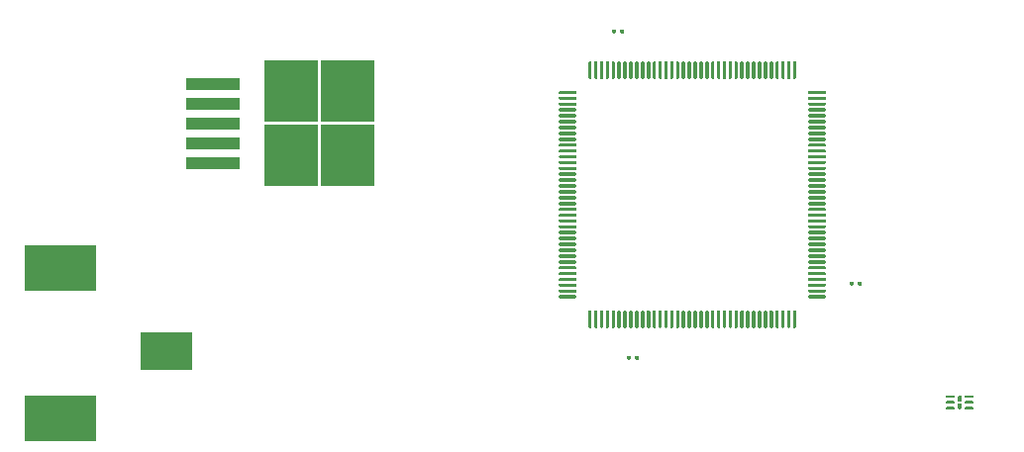
<source format=gbr>
%TF.GenerationSoftware,KiCad,Pcbnew,(5.1.9)-1*%
%TF.CreationDate,2021-10-09T18:12:39+01:00*%
%TF.ProjectId,btctestv0,62746374-6573-4747-9630-2e6b69636164,rev?*%
%TF.SameCoordinates,Original*%
%TF.FileFunction,Paste,Top*%
%TF.FilePolarity,Positive*%
%FSLAX46Y46*%
G04 Gerber Fmt 4.6, Leading zero omitted, Abs format (unit mm)*
G04 Created by KiCad (PCBNEW (5.1.9)-1) date 2021-10-09 18:12:39*
%MOMM*%
%LPD*%
G01*
G04 APERTURE LIST*
%ADD10R,6.200000X3.900000*%
%ADD11R,4.400000X3.300000*%
%ADD12R,4.550000X5.250000*%
%ADD13R,4.600000X1.100000*%
G04 APERTURE END LIST*
D10*
%TO.C,REF\u002A\u002A*%
X93320000Y-89000000D03*
X93320000Y-76100000D03*
D11*
X102320000Y-83250000D03*
%TD*%
%TO.C,REF\u002A\u002A*%
G36*
G01*
X141156000Y-55980500D02*
X141156000Y-55779500D01*
G75*
G02*
X141235500Y-55700000I79500J0D01*
G01*
X141394500Y-55700000D01*
G75*
G02*
X141474000Y-55779500I0J-79500D01*
G01*
X141474000Y-55980500D01*
G75*
G02*
X141394500Y-56060000I-79500J0D01*
G01*
X141235500Y-56060000D01*
G75*
G02*
X141156000Y-55980500I0J79500D01*
G01*
G37*
G36*
G01*
X140466000Y-55980500D02*
X140466000Y-55779500D01*
G75*
G02*
X140545500Y-55700000I79500J0D01*
G01*
X140704500Y-55700000D01*
G75*
G02*
X140784000Y-55779500I0J-79500D01*
G01*
X140784000Y-55980500D01*
G75*
G02*
X140704500Y-56060000I-79500J0D01*
G01*
X140545500Y-56060000D01*
G75*
G02*
X140466000Y-55980500I0J79500D01*
G01*
G37*
%TD*%
%TO.C,REF\u002A\u002A*%
G36*
G01*
X161476000Y-77570500D02*
X161476000Y-77369500D01*
G75*
G02*
X161555500Y-77290000I79500J0D01*
G01*
X161714500Y-77290000D01*
G75*
G02*
X161794000Y-77369500I0J-79500D01*
G01*
X161794000Y-77570500D01*
G75*
G02*
X161714500Y-77650000I-79500J0D01*
G01*
X161555500Y-77650000D01*
G75*
G02*
X161476000Y-77570500I0J79500D01*
G01*
G37*
G36*
G01*
X160786000Y-77570500D02*
X160786000Y-77369500D01*
G75*
G02*
X160865500Y-77290000I79500J0D01*
G01*
X161024500Y-77290000D01*
G75*
G02*
X161104000Y-77369500I0J-79500D01*
G01*
X161104000Y-77570500D01*
G75*
G02*
X161024500Y-77650000I-79500J0D01*
G01*
X160865500Y-77650000D01*
G75*
G02*
X160786000Y-77570500I0J79500D01*
G01*
G37*
%TD*%
%TO.C,REF\u002A\u002A*%
G36*
G01*
X142426000Y-83920500D02*
X142426000Y-83719500D01*
G75*
G02*
X142505500Y-83640000I79500J0D01*
G01*
X142664500Y-83640000D01*
G75*
G02*
X142744000Y-83719500I0J-79500D01*
G01*
X142744000Y-83920500D01*
G75*
G02*
X142664500Y-84000000I-79500J0D01*
G01*
X142505500Y-84000000D01*
G75*
G02*
X142426000Y-83920500I0J79500D01*
G01*
G37*
G36*
G01*
X141736000Y-83920500D02*
X141736000Y-83719500D01*
G75*
G02*
X141815500Y-83640000I79500J0D01*
G01*
X141974500Y-83640000D01*
G75*
G02*
X142054000Y-83719500I0J-79500D01*
G01*
X142054000Y-83920500D01*
G75*
G02*
X141974500Y-84000000I-79500J0D01*
G01*
X141815500Y-84000000D01*
G75*
G02*
X141736000Y-83920500I0J79500D01*
G01*
G37*
%TD*%
D12*
%TO.C,U8*%
X113030000Y-66510000D03*
X117880000Y-60960000D03*
X113030000Y-60960000D03*
X117880000Y-66510000D03*
D13*
X106305000Y-67135000D03*
X106305000Y-65435000D03*
X106305000Y-63735000D03*
X106305000Y-62035000D03*
X106305000Y-60335000D03*
%TD*%
%TO.C,U7*%
G36*
G01*
X169980000Y-88100000D02*
X169980000Y-87790000D01*
G75*
G02*
X170080000Y-87690000I100000J0D01*
G01*
X170280000Y-87690000D01*
G75*
G02*
X170380000Y-87790000I0J-100000D01*
G01*
X170380000Y-88100000D01*
G75*
G02*
X170280000Y-88200000I-100000J0D01*
G01*
X170080000Y-88200000D01*
G75*
G02*
X169980000Y-88100000I0J100000D01*
G01*
G37*
G36*
G01*
X169980000Y-87470000D02*
X169980000Y-87160000D01*
G75*
G02*
X170080000Y-87060000I100000J0D01*
G01*
X170280000Y-87060000D01*
G75*
G02*
X170380000Y-87160000I0J-100000D01*
G01*
X170380000Y-87470000D01*
G75*
G02*
X170280000Y-87570000I-100000J0D01*
G01*
X170080000Y-87570000D01*
G75*
G02*
X169980000Y-87470000I0J100000D01*
G01*
G37*
G36*
G01*
X170630000Y-87192500D02*
X170630000Y-87067500D01*
G75*
G02*
X170692500Y-87005000I62500J0D01*
G01*
X171267500Y-87005000D01*
G75*
G02*
X171330000Y-87067500I0J-62500D01*
G01*
X171330000Y-87192500D01*
G75*
G02*
X171267500Y-87255000I-62500J0D01*
G01*
X170692500Y-87255000D01*
G75*
G02*
X170630000Y-87192500I0J62500D01*
G01*
G37*
G36*
G01*
X170630000Y-87692500D02*
X170630000Y-87567500D01*
G75*
G02*
X170692500Y-87505000I62500J0D01*
G01*
X171267500Y-87505000D01*
G75*
G02*
X171330000Y-87567500I0J-62500D01*
G01*
X171330000Y-87692500D01*
G75*
G02*
X171267500Y-87755000I-62500J0D01*
G01*
X170692500Y-87755000D01*
G75*
G02*
X170630000Y-87692500I0J62500D01*
G01*
G37*
G36*
G01*
X170630000Y-88192500D02*
X170630000Y-88067500D01*
G75*
G02*
X170692500Y-88005000I62500J0D01*
G01*
X171267500Y-88005000D01*
G75*
G02*
X171330000Y-88067500I0J-62500D01*
G01*
X171330000Y-88192500D01*
G75*
G02*
X171267500Y-88255000I-62500J0D01*
G01*
X170692500Y-88255000D01*
G75*
G02*
X170630000Y-88192500I0J62500D01*
G01*
G37*
G36*
G01*
X169030000Y-88192500D02*
X169030000Y-88067500D01*
G75*
G02*
X169092500Y-88005000I62500J0D01*
G01*
X169667500Y-88005000D01*
G75*
G02*
X169730000Y-88067500I0J-62500D01*
G01*
X169730000Y-88192500D01*
G75*
G02*
X169667500Y-88255000I-62500J0D01*
G01*
X169092500Y-88255000D01*
G75*
G02*
X169030000Y-88192500I0J62500D01*
G01*
G37*
G36*
G01*
X169030000Y-87692500D02*
X169030000Y-87567500D01*
G75*
G02*
X169092500Y-87505000I62500J0D01*
G01*
X169667500Y-87505000D01*
G75*
G02*
X169730000Y-87567500I0J-62500D01*
G01*
X169730000Y-87692500D01*
G75*
G02*
X169667500Y-87755000I-62500J0D01*
G01*
X169092500Y-87755000D01*
G75*
G02*
X169030000Y-87692500I0J62500D01*
G01*
G37*
G36*
G01*
X169030000Y-87192500D02*
X169030000Y-87067500D01*
G75*
G02*
X169092500Y-87005000I62500J0D01*
G01*
X169667500Y-87005000D01*
G75*
G02*
X169730000Y-87067500I0J-62500D01*
G01*
X169730000Y-87192500D01*
G75*
G02*
X169667500Y-87255000I-62500J0D01*
G01*
X169092500Y-87255000D01*
G75*
G02*
X169030000Y-87192500I0J62500D01*
G01*
G37*
%TD*%
%TO.C,U6*%
G36*
G01*
X138420000Y-59850000D02*
X138420000Y-58525000D01*
G75*
G02*
X138495000Y-58450000I75000J0D01*
G01*
X138645000Y-58450000D01*
G75*
G02*
X138720000Y-58525000I0J-75000D01*
G01*
X138720000Y-59850000D01*
G75*
G02*
X138645000Y-59925000I-75000J0D01*
G01*
X138495000Y-59925000D01*
G75*
G02*
X138420000Y-59850000I0J75000D01*
G01*
G37*
G36*
G01*
X138920000Y-59850000D02*
X138920000Y-58525000D01*
G75*
G02*
X138995000Y-58450000I75000J0D01*
G01*
X139145000Y-58450000D01*
G75*
G02*
X139220000Y-58525000I0J-75000D01*
G01*
X139220000Y-59850000D01*
G75*
G02*
X139145000Y-59925000I-75000J0D01*
G01*
X138995000Y-59925000D01*
G75*
G02*
X138920000Y-59850000I0J75000D01*
G01*
G37*
G36*
G01*
X139420000Y-59850000D02*
X139420000Y-58525000D01*
G75*
G02*
X139495000Y-58450000I75000J0D01*
G01*
X139645000Y-58450000D01*
G75*
G02*
X139720000Y-58525000I0J-75000D01*
G01*
X139720000Y-59850000D01*
G75*
G02*
X139645000Y-59925000I-75000J0D01*
G01*
X139495000Y-59925000D01*
G75*
G02*
X139420000Y-59850000I0J75000D01*
G01*
G37*
G36*
G01*
X139920000Y-59850000D02*
X139920000Y-58525000D01*
G75*
G02*
X139995000Y-58450000I75000J0D01*
G01*
X140145000Y-58450000D01*
G75*
G02*
X140220000Y-58525000I0J-75000D01*
G01*
X140220000Y-59850000D01*
G75*
G02*
X140145000Y-59925000I-75000J0D01*
G01*
X139995000Y-59925000D01*
G75*
G02*
X139920000Y-59850000I0J75000D01*
G01*
G37*
G36*
G01*
X140420000Y-59850000D02*
X140420000Y-58525000D01*
G75*
G02*
X140495000Y-58450000I75000J0D01*
G01*
X140645000Y-58450000D01*
G75*
G02*
X140720000Y-58525000I0J-75000D01*
G01*
X140720000Y-59850000D01*
G75*
G02*
X140645000Y-59925000I-75000J0D01*
G01*
X140495000Y-59925000D01*
G75*
G02*
X140420000Y-59850000I0J75000D01*
G01*
G37*
G36*
G01*
X140920000Y-59850000D02*
X140920000Y-58525000D01*
G75*
G02*
X140995000Y-58450000I75000J0D01*
G01*
X141145000Y-58450000D01*
G75*
G02*
X141220000Y-58525000I0J-75000D01*
G01*
X141220000Y-59850000D01*
G75*
G02*
X141145000Y-59925000I-75000J0D01*
G01*
X140995000Y-59925000D01*
G75*
G02*
X140920000Y-59850000I0J75000D01*
G01*
G37*
G36*
G01*
X141420000Y-59850000D02*
X141420000Y-58525000D01*
G75*
G02*
X141495000Y-58450000I75000J0D01*
G01*
X141645000Y-58450000D01*
G75*
G02*
X141720000Y-58525000I0J-75000D01*
G01*
X141720000Y-59850000D01*
G75*
G02*
X141645000Y-59925000I-75000J0D01*
G01*
X141495000Y-59925000D01*
G75*
G02*
X141420000Y-59850000I0J75000D01*
G01*
G37*
G36*
G01*
X141920000Y-59850000D02*
X141920000Y-58525000D01*
G75*
G02*
X141995000Y-58450000I75000J0D01*
G01*
X142145000Y-58450000D01*
G75*
G02*
X142220000Y-58525000I0J-75000D01*
G01*
X142220000Y-59850000D01*
G75*
G02*
X142145000Y-59925000I-75000J0D01*
G01*
X141995000Y-59925000D01*
G75*
G02*
X141920000Y-59850000I0J75000D01*
G01*
G37*
G36*
G01*
X142420000Y-59850000D02*
X142420000Y-58525000D01*
G75*
G02*
X142495000Y-58450000I75000J0D01*
G01*
X142645000Y-58450000D01*
G75*
G02*
X142720000Y-58525000I0J-75000D01*
G01*
X142720000Y-59850000D01*
G75*
G02*
X142645000Y-59925000I-75000J0D01*
G01*
X142495000Y-59925000D01*
G75*
G02*
X142420000Y-59850000I0J75000D01*
G01*
G37*
G36*
G01*
X142920000Y-59850000D02*
X142920000Y-58525000D01*
G75*
G02*
X142995000Y-58450000I75000J0D01*
G01*
X143145000Y-58450000D01*
G75*
G02*
X143220000Y-58525000I0J-75000D01*
G01*
X143220000Y-59850000D01*
G75*
G02*
X143145000Y-59925000I-75000J0D01*
G01*
X142995000Y-59925000D01*
G75*
G02*
X142920000Y-59850000I0J75000D01*
G01*
G37*
G36*
G01*
X143420000Y-59850000D02*
X143420000Y-58525000D01*
G75*
G02*
X143495000Y-58450000I75000J0D01*
G01*
X143645000Y-58450000D01*
G75*
G02*
X143720000Y-58525000I0J-75000D01*
G01*
X143720000Y-59850000D01*
G75*
G02*
X143645000Y-59925000I-75000J0D01*
G01*
X143495000Y-59925000D01*
G75*
G02*
X143420000Y-59850000I0J75000D01*
G01*
G37*
G36*
G01*
X143920000Y-59850000D02*
X143920000Y-58525000D01*
G75*
G02*
X143995000Y-58450000I75000J0D01*
G01*
X144145000Y-58450000D01*
G75*
G02*
X144220000Y-58525000I0J-75000D01*
G01*
X144220000Y-59850000D01*
G75*
G02*
X144145000Y-59925000I-75000J0D01*
G01*
X143995000Y-59925000D01*
G75*
G02*
X143920000Y-59850000I0J75000D01*
G01*
G37*
G36*
G01*
X144420000Y-59850000D02*
X144420000Y-58525000D01*
G75*
G02*
X144495000Y-58450000I75000J0D01*
G01*
X144645000Y-58450000D01*
G75*
G02*
X144720000Y-58525000I0J-75000D01*
G01*
X144720000Y-59850000D01*
G75*
G02*
X144645000Y-59925000I-75000J0D01*
G01*
X144495000Y-59925000D01*
G75*
G02*
X144420000Y-59850000I0J75000D01*
G01*
G37*
G36*
G01*
X144920000Y-59850000D02*
X144920000Y-58525000D01*
G75*
G02*
X144995000Y-58450000I75000J0D01*
G01*
X145145000Y-58450000D01*
G75*
G02*
X145220000Y-58525000I0J-75000D01*
G01*
X145220000Y-59850000D01*
G75*
G02*
X145145000Y-59925000I-75000J0D01*
G01*
X144995000Y-59925000D01*
G75*
G02*
X144920000Y-59850000I0J75000D01*
G01*
G37*
G36*
G01*
X145420000Y-59850000D02*
X145420000Y-58525000D01*
G75*
G02*
X145495000Y-58450000I75000J0D01*
G01*
X145645000Y-58450000D01*
G75*
G02*
X145720000Y-58525000I0J-75000D01*
G01*
X145720000Y-59850000D01*
G75*
G02*
X145645000Y-59925000I-75000J0D01*
G01*
X145495000Y-59925000D01*
G75*
G02*
X145420000Y-59850000I0J75000D01*
G01*
G37*
G36*
G01*
X145920000Y-59850000D02*
X145920000Y-58525000D01*
G75*
G02*
X145995000Y-58450000I75000J0D01*
G01*
X146145000Y-58450000D01*
G75*
G02*
X146220000Y-58525000I0J-75000D01*
G01*
X146220000Y-59850000D01*
G75*
G02*
X146145000Y-59925000I-75000J0D01*
G01*
X145995000Y-59925000D01*
G75*
G02*
X145920000Y-59850000I0J75000D01*
G01*
G37*
G36*
G01*
X146420000Y-59850000D02*
X146420000Y-58525000D01*
G75*
G02*
X146495000Y-58450000I75000J0D01*
G01*
X146645000Y-58450000D01*
G75*
G02*
X146720000Y-58525000I0J-75000D01*
G01*
X146720000Y-59850000D01*
G75*
G02*
X146645000Y-59925000I-75000J0D01*
G01*
X146495000Y-59925000D01*
G75*
G02*
X146420000Y-59850000I0J75000D01*
G01*
G37*
G36*
G01*
X146920000Y-59850000D02*
X146920000Y-58525000D01*
G75*
G02*
X146995000Y-58450000I75000J0D01*
G01*
X147145000Y-58450000D01*
G75*
G02*
X147220000Y-58525000I0J-75000D01*
G01*
X147220000Y-59850000D01*
G75*
G02*
X147145000Y-59925000I-75000J0D01*
G01*
X146995000Y-59925000D01*
G75*
G02*
X146920000Y-59850000I0J75000D01*
G01*
G37*
G36*
G01*
X147420000Y-59850000D02*
X147420000Y-58525000D01*
G75*
G02*
X147495000Y-58450000I75000J0D01*
G01*
X147645000Y-58450000D01*
G75*
G02*
X147720000Y-58525000I0J-75000D01*
G01*
X147720000Y-59850000D01*
G75*
G02*
X147645000Y-59925000I-75000J0D01*
G01*
X147495000Y-59925000D01*
G75*
G02*
X147420000Y-59850000I0J75000D01*
G01*
G37*
G36*
G01*
X147920000Y-59850000D02*
X147920000Y-58525000D01*
G75*
G02*
X147995000Y-58450000I75000J0D01*
G01*
X148145000Y-58450000D01*
G75*
G02*
X148220000Y-58525000I0J-75000D01*
G01*
X148220000Y-59850000D01*
G75*
G02*
X148145000Y-59925000I-75000J0D01*
G01*
X147995000Y-59925000D01*
G75*
G02*
X147920000Y-59850000I0J75000D01*
G01*
G37*
G36*
G01*
X148420000Y-59850000D02*
X148420000Y-58525000D01*
G75*
G02*
X148495000Y-58450000I75000J0D01*
G01*
X148645000Y-58450000D01*
G75*
G02*
X148720000Y-58525000I0J-75000D01*
G01*
X148720000Y-59850000D01*
G75*
G02*
X148645000Y-59925000I-75000J0D01*
G01*
X148495000Y-59925000D01*
G75*
G02*
X148420000Y-59850000I0J75000D01*
G01*
G37*
G36*
G01*
X148920000Y-59850000D02*
X148920000Y-58525000D01*
G75*
G02*
X148995000Y-58450000I75000J0D01*
G01*
X149145000Y-58450000D01*
G75*
G02*
X149220000Y-58525000I0J-75000D01*
G01*
X149220000Y-59850000D01*
G75*
G02*
X149145000Y-59925000I-75000J0D01*
G01*
X148995000Y-59925000D01*
G75*
G02*
X148920000Y-59850000I0J75000D01*
G01*
G37*
G36*
G01*
X149420000Y-59850000D02*
X149420000Y-58525000D01*
G75*
G02*
X149495000Y-58450000I75000J0D01*
G01*
X149645000Y-58450000D01*
G75*
G02*
X149720000Y-58525000I0J-75000D01*
G01*
X149720000Y-59850000D01*
G75*
G02*
X149645000Y-59925000I-75000J0D01*
G01*
X149495000Y-59925000D01*
G75*
G02*
X149420000Y-59850000I0J75000D01*
G01*
G37*
G36*
G01*
X149920000Y-59850000D02*
X149920000Y-58525000D01*
G75*
G02*
X149995000Y-58450000I75000J0D01*
G01*
X150145000Y-58450000D01*
G75*
G02*
X150220000Y-58525000I0J-75000D01*
G01*
X150220000Y-59850000D01*
G75*
G02*
X150145000Y-59925000I-75000J0D01*
G01*
X149995000Y-59925000D01*
G75*
G02*
X149920000Y-59850000I0J75000D01*
G01*
G37*
G36*
G01*
X150420000Y-59850000D02*
X150420000Y-58525000D01*
G75*
G02*
X150495000Y-58450000I75000J0D01*
G01*
X150645000Y-58450000D01*
G75*
G02*
X150720000Y-58525000I0J-75000D01*
G01*
X150720000Y-59850000D01*
G75*
G02*
X150645000Y-59925000I-75000J0D01*
G01*
X150495000Y-59925000D01*
G75*
G02*
X150420000Y-59850000I0J75000D01*
G01*
G37*
G36*
G01*
X150920000Y-59850000D02*
X150920000Y-58525000D01*
G75*
G02*
X150995000Y-58450000I75000J0D01*
G01*
X151145000Y-58450000D01*
G75*
G02*
X151220000Y-58525000I0J-75000D01*
G01*
X151220000Y-59850000D01*
G75*
G02*
X151145000Y-59925000I-75000J0D01*
G01*
X150995000Y-59925000D01*
G75*
G02*
X150920000Y-59850000I0J75000D01*
G01*
G37*
G36*
G01*
X151420000Y-59850000D02*
X151420000Y-58525000D01*
G75*
G02*
X151495000Y-58450000I75000J0D01*
G01*
X151645000Y-58450000D01*
G75*
G02*
X151720000Y-58525000I0J-75000D01*
G01*
X151720000Y-59850000D01*
G75*
G02*
X151645000Y-59925000I-75000J0D01*
G01*
X151495000Y-59925000D01*
G75*
G02*
X151420000Y-59850000I0J75000D01*
G01*
G37*
G36*
G01*
X151920000Y-59850000D02*
X151920000Y-58525000D01*
G75*
G02*
X151995000Y-58450000I75000J0D01*
G01*
X152145000Y-58450000D01*
G75*
G02*
X152220000Y-58525000I0J-75000D01*
G01*
X152220000Y-59850000D01*
G75*
G02*
X152145000Y-59925000I-75000J0D01*
G01*
X151995000Y-59925000D01*
G75*
G02*
X151920000Y-59850000I0J75000D01*
G01*
G37*
G36*
G01*
X152420000Y-59850000D02*
X152420000Y-58525000D01*
G75*
G02*
X152495000Y-58450000I75000J0D01*
G01*
X152645000Y-58450000D01*
G75*
G02*
X152720000Y-58525000I0J-75000D01*
G01*
X152720000Y-59850000D01*
G75*
G02*
X152645000Y-59925000I-75000J0D01*
G01*
X152495000Y-59925000D01*
G75*
G02*
X152420000Y-59850000I0J75000D01*
G01*
G37*
G36*
G01*
X152920000Y-59850000D02*
X152920000Y-58525000D01*
G75*
G02*
X152995000Y-58450000I75000J0D01*
G01*
X153145000Y-58450000D01*
G75*
G02*
X153220000Y-58525000I0J-75000D01*
G01*
X153220000Y-59850000D01*
G75*
G02*
X153145000Y-59925000I-75000J0D01*
G01*
X152995000Y-59925000D01*
G75*
G02*
X152920000Y-59850000I0J75000D01*
G01*
G37*
G36*
G01*
X153420000Y-59850000D02*
X153420000Y-58525000D01*
G75*
G02*
X153495000Y-58450000I75000J0D01*
G01*
X153645000Y-58450000D01*
G75*
G02*
X153720000Y-58525000I0J-75000D01*
G01*
X153720000Y-59850000D01*
G75*
G02*
X153645000Y-59925000I-75000J0D01*
G01*
X153495000Y-59925000D01*
G75*
G02*
X153420000Y-59850000I0J75000D01*
G01*
G37*
G36*
G01*
X153920000Y-59850000D02*
X153920000Y-58525000D01*
G75*
G02*
X153995000Y-58450000I75000J0D01*
G01*
X154145000Y-58450000D01*
G75*
G02*
X154220000Y-58525000I0J-75000D01*
G01*
X154220000Y-59850000D01*
G75*
G02*
X154145000Y-59925000I-75000J0D01*
G01*
X153995000Y-59925000D01*
G75*
G02*
X153920000Y-59850000I0J75000D01*
G01*
G37*
G36*
G01*
X154420000Y-59850000D02*
X154420000Y-58525000D01*
G75*
G02*
X154495000Y-58450000I75000J0D01*
G01*
X154645000Y-58450000D01*
G75*
G02*
X154720000Y-58525000I0J-75000D01*
G01*
X154720000Y-59850000D01*
G75*
G02*
X154645000Y-59925000I-75000J0D01*
G01*
X154495000Y-59925000D01*
G75*
G02*
X154420000Y-59850000I0J75000D01*
G01*
G37*
G36*
G01*
X154920000Y-59850000D02*
X154920000Y-58525000D01*
G75*
G02*
X154995000Y-58450000I75000J0D01*
G01*
X155145000Y-58450000D01*
G75*
G02*
X155220000Y-58525000I0J-75000D01*
G01*
X155220000Y-59850000D01*
G75*
G02*
X155145000Y-59925000I-75000J0D01*
G01*
X154995000Y-59925000D01*
G75*
G02*
X154920000Y-59850000I0J75000D01*
G01*
G37*
G36*
G01*
X155420000Y-59850000D02*
X155420000Y-58525000D01*
G75*
G02*
X155495000Y-58450000I75000J0D01*
G01*
X155645000Y-58450000D01*
G75*
G02*
X155720000Y-58525000I0J-75000D01*
G01*
X155720000Y-59850000D01*
G75*
G02*
X155645000Y-59925000I-75000J0D01*
G01*
X155495000Y-59925000D01*
G75*
G02*
X155420000Y-59850000I0J75000D01*
G01*
G37*
G36*
G01*
X155920000Y-59850000D02*
X155920000Y-58525000D01*
G75*
G02*
X155995000Y-58450000I75000J0D01*
G01*
X156145000Y-58450000D01*
G75*
G02*
X156220000Y-58525000I0J-75000D01*
G01*
X156220000Y-59850000D01*
G75*
G02*
X156145000Y-59925000I-75000J0D01*
G01*
X155995000Y-59925000D01*
G75*
G02*
X155920000Y-59850000I0J75000D01*
G01*
G37*
G36*
G01*
X157245000Y-61175000D02*
X157245000Y-61025000D01*
G75*
G02*
X157320000Y-60950000I75000J0D01*
G01*
X158645000Y-60950000D01*
G75*
G02*
X158720000Y-61025000I0J-75000D01*
G01*
X158720000Y-61175000D01*
G75*
G02*
X158645000Y-61250000I-75000J0D01*
G01*
X157320000Y-61250000D01*
G75*
G02*
X157245000Y-61175000I0J75000D01*
G01*
G37*
G36*
G01*
X157245000Y-61675000D02*
X157245000Y-61525000D01*
G75*
G02*
X157320000Y-61450000I75000J0D01*
G01*
X158645000Y-61450000D01*
G75*
G02*
X158720000Y-61525000I0J-75000D01*
G01*
X158720000Y-61675000D01*
G75*
G02*
X158645000Y-61750000I-75000J0D01*
G01*
X157320000Y-61750000D01*
G75*
G02*
X157245000Y-61675000I0J75000D01*
G01*
G37*
G36*
G01*
X157245000Y-62175000D02*
X157245000Y-62025000D01*
G75*
G02*
X157320000Y-61950000I75000J0D01*
G01*
X158645000Y-61950000D01*
G75*
G02*
X158720000Y-62025000I0J-75000D01*
G01*
X158720000Y-62175000D01*
G75*
G02*
X158645000Y-62250000I-75000J0D01*
G01*
X157320000Y-62250000D01*
G75*
G02*
X157245000Y-62175000I0J75000D01*
G01*
G37*
G36*
G01*
X157245000Y-62675000D02*
X157245000Y-62525000D01*
G75*
G02*
X157320000Y-62450000I75000J0D01*
G01*
X158645000Y-62450000D01*
G75*
G02*
X158720000Y-62525000I0J-75000D01*
G01*
X158720000Y-62675000D01*
G75*
G02*
X158645000Y-62750000I-75000J0D01*
G01*
X157320000Y-62750000D01*
G75*
G02*
X157245000Y-62675000I0J75000D01*
G01*
G37*
G36*
G01*
X157245000Y-63175000D02*
X157245000Y-63025000D01*
G75*
G02*
X157320000Y-62950000I75000J0D01*
G01*
X158645000Y-62950000D01*
G75*
G02*
X158720000Y-63025000I0J-75000D01*
G01*
X158720000Y-63175000D01*
G75*
G02*
X158645000Y-63250000I-75000J0D01*
G01*
X157320000Y-63250000D01*
G75*
G02*
X157245000Y-63175000I0J75000D01*
G01*
G37*
G36*
G01*
X157245000Y-63675000D02*
X157245000Y-63525000D01*
G75*
G02*
X157320000Y-63450000I75000J0D01*
G01*
X158645000Y-63450000D01*
G75*
G02*
X158720000Y-63525000I0J-75000D01*
G01*
X158720000Y-63675000D01*
G75*
G02*
X158645000Y-63750000I-75000J0D01*
G01*
X157320000Y-63750000D01*
G75*
G02*
X157245000Y-63675000I0J75000D01*
G01*
G37*
G36*
G01*
X157245000Y-64175000D02*
X157245000Y-64025000D01*
G75*
G02*
X157320000Y-63950000I75000J0D01*
G01*
X158645000Y-63950000D01*
G75*
G02*
X158720000Y-64025000I0J-75000D01*
G01*
X158720000Y-64175000D01*
G75*
G02*
X158645000Y-64250000I-75000J0D01*
G01*
X157320000Y-64250000D01*
G75*
G02*
X157245000Y-64175000I0J75000D01*
G01*
G37*
G36*
G01*
X157245000Y-64675000D02*
X157245000Y-64525000D01*
G75*
G02*
X157320000Y-64450000I75000J0D01*
G01*
X158645000Y-64450000D01*
G75*
G02*
X158720000Y-64525000I0J-75000D01*
G01*
X158720000Y-64675000D01*
G75*
G02*
X158645000Y-64750000I-75000J0D01*
G01*
X157320000Y-64750000D01*
G75*
G02*
X157245000Y-64675000I0J75000D01*
G01*
G37*
G36*
G01*
X157245000Y-65175000D02*
X157245000Y-65025000D01*
G75*
G02*
X157320000Y-64950000I75000J0D01*
G01*
X158645000Y-64950000D01*
G75*
G02*
X158720000Y-65025000I0J-75000D01*
G01*
X158720000Y-65175000D01*
G75*
G02*
X158645000Y-65250000I-75000J0D01*
G01*
X157320000Y-65250000D01*
G75*
G02*
X157245000Y-65175000I0J75000D01*
G01*
G37*
G36*
G01*
X157245000Y-65675000D02*
X157245000Y-65525000D01*
G75*
G02*
X157320000Y-65450000I75000J0D01*
G01*
X158645000Y-65450000D01*
G75*
G02*
X158720000Y-65525000I0J-75000D01*
G01*
X158720000Y-65675000D01*
G75*
G02*
X158645000Y-65750000I-75000J0D01*
G01*
X157320000Y-65750000D01*
G75*
G02*
X157245000Y-65675000I0J75000D01*
G01*
G37*
G36*
G01*
X157245000Y-66175000D02*
X157245000Y-66025000D01*
G75*
G02*
X157320000Y-65950000I75000J0D01*
G01*
X158645000Y-65950000D01*
G75*
G02*
X158720000Y-66025000I0J-75000D01*
G01*
X158720000Y-66175000D01*
G75*
G02*
X158645000Y-66250000I-75000J0D01*
G01*
X157320000Y-66250000D01*
G75*
G02*
X157245000Y-66175000I0J75000D01*
G01*
G37*
G36*
G01*
X157245000Y-66675000D02*
X157245000Y-66525000D01*
G75*
G02*
X157320000Y-66450000I75000J0D01*
G01*
X158645000Y-66450000D01*
G75*
G02*
X158720000Y-66525000I0J-75000D01*
G01*
X158720000Y-66675000D01*
G75*
G02*
X158645000Y-66750000I-75000J0D01*
G01*
X157320000Y-66750000D01*
G75*
G02*
X157245000Y-66675000I0J75000D01*
G01*
G37*
G36*
G01*
X157245000Y-67175000D02*
X157245000Y-67025000D01*
G75*
G02*
X157320000Y-66950000I75000J0D01*
G01*
X158645000Y-66950000D01*
G75*
G02*
X158720000Y-67025000I0J-75000D01*
G01*
X158720000Y-67175000D01*
G75*
G02*
X158645000Y-67250000I-75000J0D01*
G01*
X157320000Y-67250000D01*
G75*
G02*
X157245000Y-67175000I0J75000D01*
G01*
G37*
G36*
G01*
X157245000Y-67675000D02*
X157245000Y-67525000D01*
G75*
G02*
X157320000Y-67450000I75000J0D01*
G01*
X158645000Y-67450000D01*
G75*
G02*
X158720000Y-67525000I0J-75000D01*
G01*
X158720000Y-67675000D01*
G75*
G02*
X158645000Y-67750000I-75000J0D01*
G01*
X157320000Y-67750000D01*
G75*
G02*
X157245000Y-67675000I0J75000D01*
G01*
G37*
G36*
G01*
X157245000Y-68175000D02*
X157245000Y-68025000D01*
G75*
G02*
X157320000Y-67950000I75000J0D01*
G01*
X158645000Y-67950000D01*
G75*
G02*
X158720000Y-68025000I0J-75000D01*
G01*
X158720000Y-68175000D01*
G75*
G02*
X158645000Y-68250000I-75000J0D01*
G01*
X157320000Y-68250000D01*
G75*
G02*
X157245000Y-68175000I0J75000D01*
G01*
G37*
G36*
G01*
X157245000Y-68675000D02*
X157245000Y-68525000D01*
G75*
G02*
X157320000Y-68450000I75000J0D01*
G01*
X158645000Y-68450000D01*
G75*
G02*
X158720000Y-68525000I0J-75000D01*
G01*
X158720000Y-68675000D01*
G75*
G02*
X158645000Y-68750000I-75000J0D01*
G01*
X157320000Y-68750000D01*
G75*
G02*
X157245000Y-68675000I0J75000D01*
G01*
G37*
G36*
G01*
X157245000Y-69175000D02*
X157245000Y-69025000D01*
G75*
G02*
X157320000Y-68950000I75000J0D01*
G01*
X158645000Y-68950000D01*
G75*
G02*
X158720000Y-69025000I0J-75000D01*
G01*
X158720000Y-69175000D01*
G75*
G02*
X158645000Y-69250000I-75000J0D01*
G01*
X157320000Y-69250000D01*
G75*
G02*
X157245000Y-69175000I0J75000D01*
G01*
G37*
G36*
G01*
X157245000Y-69675000D02*
X157245000Y-69525000D01*
G75*
G02*
X157320000Y-69450000I75000J0D01*
G01*
X158645000Y-69450000D01*
G75*
G02*
X158720000Y-69525000I0J-75000D01*
G01*
X158720000Y-69675000D01*
G75*
G02*
X158645000Y-69750000I-75000J0D01*
G01*
X157320000Y-69750000D01*
G75*
G02*
X157245000Y-69675000I0J75000D01*
G01*
G37*
G36*
G01*
X157245000Y-70175000D02*
X157245000Y-70025000D01*
G75*
G02*
X157320000Y-69950000I75000J0D01*
G01*
X158645000Y-69950000D01*
G75*
G02*
X158720000Y-70025000I0J-75000D01*
G01*
X158720000Y-70175000D01*
G75*
G02*
X158645000Y-70250000I-75000J0D01*
G01*
X157320000Y-70250000D01*
G75*
G02*
X157245000Y-70175000I0J75000D01*
G01*
G37*
G36*
G01*
X157245000Y-70675000D02*
X157245000Y-70525000D01*
G75*
G02*
X157320000Y-70450000I75000J0D01*
G01*
X158645000Y-70450000D01*
G75*
G02*
X158720000Y-70525000I0J-75000D01*
G01*
X158720000Y-70675000D01*
G75*
G02*
X158645000Y-70750000I-75000J0D01*
G01*
X157320000Y-70750000D01*
G75*
G02*
X157245000Y-70675000I0J75000D01*
G01*
G37*
G36*
G01*
X157245000Y-71175000D02*
X157245000Y-71025000D01*
G75*
G02*
X157320000Y-70950000I75000J0D01*
G01*
X158645000Y-70950000D01*
G75*
G02*
X158720000Y-71025000I0J-75000D01*
G01*
X158720000Y-71175000D01*
G75*
G02*
X158645000Y-71250000I-75000J0D01*
G01*
X157320000Y-71250000D01*
G75*
G02*
X157245000Y-71175000I0J75000D01*
G01*
G37*
G36*
G01*
X157245000Y-71675000D02*
X157245000Y-71525000D01*
G75*
G02*
X157320000Y-71450000I75000J0D01*
G01*
X158645000Y-71450000D01*
G75*
G02*
X158720000Y-71525000I0J-75000D01*
G01*
X158720000Y-71675000D01*
G75*
G02*
X158645000Y-71750000I-75000J0D01*
G01*
X157320000Y-71750000D01*
G75*
G02*
X157245000Y-71675000I0J75000D01*
G01*
G37*
G36*
G01*
X157245000Y-72175000D02*
X157245000Y-72025000D01*
G75*
G02*
X157320000Y-71950000I75000J0D01*
G01*
X158645000Y-71950000D01*
G75*
G02*
X158720000Y-72025000I0J-75000D01*
G01*
X158720000Y-72175000D01*
G75*
G02*
X158645000Y-72250000I-75000J0D01*
G01*
X157320000Y-72250000D01*
G75*
G02*
X157245000Y-72175000I0J75000D01*
G01*
G37*
G36*
G01*
X157245000Y-72675000D02*
X157245000Y-72525000D01*
G75*
G02*
X157320000Y-72450000I75000J0D01*
G01*
X158645000Y-72450000D01*
G75*
G02*
X158720000Y-72525000I0J-75000D01*
G01*
X158720000Y-72675000D01*
G75*
G02*
X158645000Y-72750000I-75000J0D01*
G01*
X157320000Y-72750000D01*
G75*
G02*
X157245000Y-72675000I0J75000D01*
G01*
G37*
G36*
G01*
X157245000Y-73175000D02*
X157245000Y-73025000D01*
G75*
G02*
X157320000Y-72950000I75000J0D01*
G01*
X158645000Y-72950000D01*
G75*
G02*
X158720000Y-73025000I0J-75000D01*
G01*
X158720000Y-73175000D01*
G75*
G02*
X158645000Y-73250000I-75000J0D01*
G01*
X157320000Y-73250000D01*
G75*
G02*
X157245000Y-73175000I0J75000D01*
G01*
G37*
G36*
G01*
X157245000Y-73675000D02*
X157245000Y-73525000D01*
G75*
G02*
X157320000Y-73450000I75000J0D01*
G01*
X158645000Y-73450000D01*
G75*
G02*
X158720000Y-73525000I0J-75000D01*
G01*
X158720000Y-73675000D01*
G75*
G02*
X158645000Y-73750000I-75000J0D01*
G01*
X157320000Y-73750000D01*
G75*
G02*
X157245000Y-73675000I0J75000D01*
G01*
G37*
G36*
G01*
X157245000Y-74175000D02*
X157245000Y-74025000D01*
G75*
G02*
X157320000Y-73950000I75000J0D01*
G01*
X158645000Y-73950000D01*
G75*
G02*
X158720000Y-74025000I0J-75000D01*
G01*
X158720000Y-74175000D01*
G75*
G02*
X158645000Y-74250000I-75000J0D01*
G01*
X157320000Y-74250000D01*
G75*
G02*
X157245000Y-74175000I0J75000D01*
G01*
G37*
G36*
G01*
X157245000Y-74675000D02*
X157245000Y-74525000D01*
G75*
G02*
X157320000Y-74450000I75000J0D01*
G01*
X158645000Y-74450000D01*
G75*
G02*
X158720000Y-74525000I0J-75000D01*
G01*
X158720000Y-74675000D01*
G75*
G02*
X158645000Y-74750000I-75000J0D01*
G01*
X157320000Y-74750000D01*
G75*
G02*
X157245000Y-74675000I0J75000D01*
G01*
G37*
G36*
G01*
X157245000Y-75175000D02*
X157245000Y-75025000D01*
G75*
G02*
X157320000Y-74950000I75000J0D01*
G01*
X158645000Y-74950000D01*
G75*
G02*
X158720000Y-75025000I0J-75000D01*
G01*
X158720000Y-75175000D01*
G75*
G02*
X158645000Y-75250000I-75000J0D01*
G01*
X157320000Y-75250000D01*
G75*
G02*
X157245000Y-75175000I0J75000D01*
G01*
G37*
G36*
G01*
X157245000Y-75675000D02*
X157245000Y-75525000D01*
G75*
G02*
X157320000Y-75450000I75000J0D01*
G01*
X158645000Y-75450000D01*
G75*
G02*
X158720000Y-75525000I0J-75000D01*
G01*
X158720000Y-75675000D01*
G75*
G02*
X158645000Y-75750000I-75000J0D01*
G01*
X157320000Y-75750000D01*
G75*
G02*
X157245000Y-75675000I0J75000D01*
G01*
G37*
G36*
G01*
X157245000Y-76175000D02*
X157245000Y-76025000D01*
G75*
G02*
X157320000Y-75950000I75000J0D01*
G01*
X158645000Y-75950000D01*
G75*
G02*
X158720000Y-76025000I0J-75000D01*
G01*
X158720000Y-76175000D01*
G75*
G02*
X158645000Y-76250000I-75000J0D01*
G01*
X157320000Y-76250000D01*
G75*
G02*
X157245000Y-76175000I0J75000D01*
G01*
G37*
G36*
G01*
X157245000Y-76675000D02*
X157245000Y-76525000D01*
G75*
G02*
X157320000Y-76450000I75000J0D01*
G01*
X158645000Y-76450000D01*
G75*
G02*
X158720000Y-76525000I0J-75000D01*
G01*
X158720000Y-76675000D01*
G75*
G02*
X158645000Y-76750000I-75000J0D01*
G01*
X157320000Y-76750000D01*
G75*
G02*
X157245000Y-76675000I0J75000D01*
G01*
G37*
G36*
G01*
X157245000Y-77175000D02*
X157245000Y-77025000D01*
G75*
G02*
X157320000Y-76950000I75000J0D01*
G01*
X158645000Y-76950000D01*
G75*
G02*
X158720000Y-77025000I0J-75000D01*
G01*
X158720000Y-77175000D01*
G75*
G02*
X158645000Y-77250000I-75000J0D01*
G01*
X157320000Y-77250000D01*
G75*
G02*
X157245000Y-77175000I0J75000D01*
G01*
G37*
G36*
G01*
X157245000Y-77675000D02*
X157245000Y-77525000D01*
G75*
G02*
X157320000Y-77450000I75000J0D01*
G01*
X158645000Y-77450000D01*
G75*
G02*
X158720000Y-77525000I0J-75000D01*
G01*
X158720000Y-77675000D01*
G75*
G02*
X158645000Y-77750000I-75000J0D01*
G01*
X157320000Y-77750000D01*
G75*
G02*
X157245000Y-77675000I0J75000D01*
G01*
G37*
G36*
G01*
X157245000Y-78175000D02*
X157245000Y-78025000D01*
G75*
G02*
X157320000Y-77950000I75000J0D01*
G01*
X158645000Y-77950000D01*
G75*
G02*
X158720000Y-78025000I0J-75000D01*
G01*
X158720000Y-78175000D01*
G75*
G02*
X158645000Y-78250000I-75000J0D01*
G01*
X157320000Y-78250000D01*
G75*
G02*
X157245000Y-78175000I0J75000D01*
G01*
G37*
G36*
G01*
X157245000Y-78675000D02*
X157245000Y-78525000D01*
G75*
G02*
X157320000Y-78450000I75000J0D01*
G01*
X158645000Y-78450000D01*
G75*
G02*
X158720000Y-78525000I0J-75000D01*
G01*
X158720000Y-78675000D01*
G75*
G02*
X158645000Y-78750000I-75000J0D01*
G01*
X157320000Y-78750000D01*
G75*
G02*
X157245000Y-78675000I0J75000D01*
G01*
G37*
G36*
G01*
X155920000Y-81175000D02*
X155920000Y-79850000D01*
G75*
G02*
X155995000Y-79775000I75000J0D01*
G01*
X156145000Y-79775000D01*
G75*
G02*
X156220000Y-79850000I0J-75000D01*
G01*
X156220000Y-81175000D01*
G75*
G02*
X156145000Y-81250000I-75000J0D01*
G01*
X155995000Y-81250000D01*
G75*
G02*
X155920000Y-81175000I0J75000D01*
G01*
G37*
G36*
G01*
X155420000Y-81175000D02*
X155420000Y-79850000D01*
G75*
G02*
X155495000Y-79775000I75000J0D01*
G01*
X155645000Y-79775000D01*
G75*
G02*
X155720000Y-79850000I0J-75000D01*
G01*
X155720000Y-81175000D01*
G75*
G02*
X155645000Y-81250000I-75000J0D01*
G01*
X155495000Y-81250000D01*
G75*
G02*
X155420000Y-81175000I0J75000D01*
G01*
G37*
G36*
G01*
X154920000Y-81175000D02*
X154920000Y-79850000D01*
G75*
G02*
X154995000Y-79775000I75000J0D01*
G01*
X155145000Y-79775000D01*
G75*
G02*
X155220000Y-79850000I0J-75000D01*
G01*
X155220000Y-81175000D01*
G75*
G02*
X155145000Y-81250000I-75000J0D01*
G01*
X154995000Y-81250000D01*
G75*
G02*
X154920000Y-81175000I0J75000D01*
G01*
G37*
G36*
G01*
X154420000Y-81175000D02*
X154420000Y-79850000D01*
G75*
G02*
X154495000Y-79775000I75000J0D01*
G01*
X154645000Y-79775000D01*
G75*
G02*
X154720000Y-79850000I0J-75000D01*
G01*
X154720000Y-81175000D01*
G75*
G02*
X154645000Y-81250000I-75000J0D01*
G01*
X154495000Y-81250000D01*
G75*
G02*
X154420000Y-81175000I0J75000D01*
G01*
G37*
G36*
G01*
X153920000Y-81175000D02*
X153920000Y-79850000D01*
G75*
G02*
X153995000Y-79775000I75000J0D01*
G01*
X154145000Y-79775000D01*
G75*
G02*
X154220000Y-79850000I0J-75000D01*
G01*
X154220000Y-81175000D01*
G75*
G02*
X154145000Y-81250000I-75000J0D01*
G01*
X153995000Y-81250000D01*
G75*
G02*
X153920000Y-81175000I0J75000D01*
G01*
G37*
G36*
G01*
X153420000Y-81175000D02*
X153420000Y-79850000D01*
G75*
G02*
X153495000Y-79775000I75000J0D01*
G01*
X153645000Y-79775000D01*
G75*
G02*
X153720000Y-79850000I0J-75000D01*
G01*
X153720000Y-81175000D01*
G75*
G02*
X153645000Y-81250000I-75000J0D01*
G01*
X153495000Y-81250000D01*
G75*
G02*
X153420000Y-81175000I0J75000D01*
G01*
G37*
G36*
G01*
X152920000Y-81175000D02*
X152920000Y-79850000D01*
G75*
G02*
X152995000Y-79775000I75000J0D01*
G01*
X153145000Y-79775000D01*
G75*
G02*
X153220000Y-79850000I0J-75000D01*
G01*
X153220000Y-81175000D01*
G75*
G02*
X153145000Y-81250000I-75000J0D01*
G01*
X152995000Y-81250000D01*
G75*
G02*
X152920000Y-81175000I0J75000D01*
G01*
G37*
G36*
G01*
X152420000Y-81175000D02*
X152420000Y-79850000D01*
G75*
G02*
X152495000Y-79775000I75000J0D01*
G01*
X152645000Y-79775000D01*
G75*
G02*
X152720000Y-79850000I0J-75000D01*
G01*
X152720000Y-81175000D01*
G75*
G02*
X152645000Y-81250000I-75000J0D01*
G01*
X152495000Y-81250000D01*
G75*
G02*
X152420000Y-81175000I0J75000D01*
G01*
G37*
G36*
G01*
X151920000Y-81175000D02*
X151920000Y-79850000D01*
G75*
G02*
X151995000Y-79775000I75000J0D01*
G01*
X152145000Y-79775000D01*
G75*
G02*
X152220000Y-79850000I0J-75000D01*
G01*
X152220000Y-81175000D01*
G75*
G02*
X152145000Y-81250000I-75000J0D01*
G01*
X151995000Y-81250000D01*
G75*
G02*
X151920000Y-81175000I0J75000D01*
G01*
G37*
G36*
G01*
X151420000Y-81175000D02*
X151420000Y-79850000D01*
G75*
G02*
X151495000Y-79775000I75000J0D01*
G01*
X151645000Y-79775000D01*
G75*
G02*
X151720000Y-79850000I0J-75000D01*
G01*
X151720000Y-81175000D01*
G75*
G02*
X151645000Y-81250000I-75000J0D01*
G01*
X151495000Y-81250000D01*
G75*
G02*
X151420000Y-81175000I0J75000D01*
G01*
G37*
G36*
G01*
X150920000Y-81175000D02*
X150920000Y-79850000D01*
G75*
G02*
X150995000Y-79775000I75000J0D01*
G01*
X151145000Y-79775000D01*
G75*
G02*
X151220000Y-79850000I0J-75000D01*
G01*
X151220000Y-81175000D01*
G75*
G02*
X151145000Y-81250000I-75000J0D01*
G01*
X150995000Y-81250000D01*
G75*
G02*
X150920000Y-81175000I0J75000D01*
G01*
G37*
G36*
G01*
X150420000Y-81175000D02*
X150420000Y-79850000D01*
G75*
G02*
X150495000Y-79775000I75000J0D01*
G01*
X150645000Y-79775000D01*
G75*
G02*
X150720000Y-79850000I0J-75000D01*
G01*
X150720000Y-81175000D01*
G75*
G02*
X150645000Y-81250000I-75000J0D01*
G01*
X150495000Y-81250000D01*
G75*
G02*
X150420000Y-81175000I0J75000D01*
G01*
G37*
G36*
G01*
X149920000Y-81175000D02*
X149920000Y-79850000D01*
G75*
G02*
X149995000Y-79775000I75000J0D01*
G01*
X150145000Y-79775000D01*
G75*
G02*
X150220000Y-79850000I0J-75000D01*
G01*
X150220000Y-81175000D01*
G75*
G02*
X150145000Y-81250000I-75000J0D01*
G01*
X149995000Y-81250000D01*
G75*
G02*
X149920000Y-81175000I0J75000D01*
G01*
G37*
G36*
G01*
X149420000Y-81175000D02*
X149420000Y-79850000D01*
G75*
G02*
X149495000Y-79775000I75000J0D01*
G01*
X149645000Y-79775000D01*
G75*
G02*
X149720000Y-79850000I0J-75000D01*
G01*
X149720000Y-81175000D01*
G75*
G02*
X149645000Y-81250000I-75000J0D01*
G01*
X149495000Y-81250000D01*
G75*
G02*
X149420000Y-81175000I0J75000D01*
G01*
G37*
G36*
G01*
X148920000Y-81175000D02*
X148920000Y-79850000D01*
G75*
G02*
X148995000Y-79775000I75000J0D01*
G01*
X149145000Y-79775000D01*
G75*
G02*
X149220000Y-79850000I0J-75000D01*
G01*
X149220000Y-81175000D01*
G75*
G02*
X149145000Y-81250000I-75000J0D01*
G01*
X148995000Y-81250000D01*
G75*
G02*
X148920000Y-81175000I0J75000D01*
G01*
G37*
G36*
G01*
X148420000Y-81175000D02*
X148420000Y-79850000D01*
G75*
G02*
X148495000Y-79775000I75000J0D01*
G01*
X148645000Y-79775000D01*
G75*
G02*
X148720000Y-79850000I0J-75000D01*
G01*
X148720000Y-81175000D01*
G75*
G02*
X148645000Y-81250000I-75000J0D01*
G01*
X148495000Y-81250000D01*
G75*
G02*
X148420000Y-81175000I0J75000D01*
G01*
G37*
G36*
G01*
X147920000Y-81175000D02*
X147920000Y-79850000D01*
G75*
G02*
X147995000Y-79775000I75000J0D01*
G01*
X148145000Y-79775000D01*
G75*
G02*
X148220000Y-79850000I0J-75000D01*
G01*
X148220000Y-81175000D01*
G75*
G02*
X148145000Y-81250000I-75000J0D01*
G01*
X147995000Y-81250000D01*
G75*
G02*
X147920000Y-81175000I0J75000D01*
G01*
G37*
G36*
G01*
X147420000Y-81175000D02*
X147420000Y-79850000D01*
G75*
G02*
X147495000Y-79775000I75000J0D01*
G01*
X147645000Y-79775000D01*
G75*
G02*
X147720000Y-79850000I0J-75000D01*
G01*
X147720000Y-81175000D01*
G75*
G02*
X147645000Y-81250000I-75000J0D01*
G01*
X147495000Y-81250000D01*
G75*
G02*
X147420000Y-81175000I0J75000D01*
G01*
G37*
G36*
G01*
X146920000Y-81175000D02*
X146920000Y-79850000D01*
G75*
G02*
X146995000Y-79775000I75000J0D01*
G01*
X147145000Y-79775000D01*
G75*
G02*
X147220000Y-79850000I0J-75000D01*
G01*
X147220000Y-81175000D01*
G75*
G02*
X147145000Y-81250000I-75000J0D01*
G01*
X146995000Y-81250000D01*
G75*
G02*
X146920000Y-81175000I0J75000D01*
G01*
G37*
G36*
G01*
X146420000Y-81175000D02*
X146420000Y-79850000D01*
G75*
G02*
X146495000Y-79775000I75000J0D01*
G01*
X146645000Y-79775000D01*
G75*
G02*
X146720000Y-79850000I0J-75000D01*
G01*
X146720000Y-81175000D01*
G75*
G02*
X146645000Y-81250000I-75000J0D01*
G01*
X146495000Y-81250000D01*
G75*
G02*
X146420000Y-81175000I0J75000D01*
G01*
G37*
G36*
G01*
X145920000Y-81175000D02*
X145920000Y-79850000D01*
G75*
G02*
X145995000Y-79775000I75000J0D01*
G01*
X146145000Y-79775000D01*
G75*
G02*
X146220000Y-79850000I0J-75000D01*
G01*
X146220000Y-81175000D01*
G75*
G02*
X146145000Y-81250000I-75000J0D01*
G01*
X145995000Y-81250000D01*
G75*
G02*
X145920000Y-81175000I0J75000D01*
G01*
G37*
G36*
G01*
X145420000Y-81175000D02*
X145420000Y-79850000D01*
G75*
G02*
X145495000Y-79775000I75000J0D01*
G01*
X145645000Y-79775000D01*
G75*
G02*
X145720000Y-79850000I0J-75000D01*
G01*
X145720000Y-81175000D01*
G75*
G02*
X145645000Y-81250000I-75000J0D01*
G01*
X145495000Y-81250000D01*
G75*
G02*
X145420000Y-81175000I0J75000D01*
G01*
G37*
G36*
G01*
X144920000Y-81175000D02*
X144920000Y-79850000D01*
G75*
G02*
X144995000Y-79775000I75000J0D01*
G01*
X145145000Y-79775000D01*
G75*
G02*
X145220000Y-79850000I0J-75000D01*
G01*
X145220000Y-81175000D01*
G75*
G02*
X145145000Y-81250000I-75000J0D01*
G01*
X144995000Y-81250000D01*
G75*
G02*
X144920000Y-81175000I0J75000D01*
G01*
G37*
G36*
G01*
X144420000Y-81175000D02*
X144420000Y-79850000D01*
G75*
G02*
X144495000Y-79775000I75000J0D01*
G01*
X144645000Y-79775000D01*
G75*
G02*
X144720000Y-79850000I0J-75000D01*
G01*
X144720000Y-81175000D01*
G75*
G02*
X144645000Y-81250000I-75000J0D01*
G01*
X144495000Y-81250000D01*
G75*
G02*
X144420000Y-81175000I0J75000D01*
G01*
G37*
G36*
G01*
X143920000Y-81175000D02*
X143920000Y-79850000D01*
G75*
G02*
X143995000Y-79775000I75000J0D01*
G01*
X144145000Y-79775000D01*
G75*
G02*
X144220000Y-79850000I0J-75000D01*
G01*
X144220000Y-81175000D01*
G75*
G02*
X144145000Y-81250000I-75000J0D01*
G01*
X143995000Y-81250000D01*
G75*
G02*
X143920000Y-81175000I0J75000D01*
G01*
G37*
G36*
G01*
X143420000Y-81175000D02*
X143420000Y-79850000D01*
G75*
G02*
X143495000Y-79775000I75000J0D01*
G01*
X143645000Y-79775000D01*
G75*
G02*
X143720000Y-79850000I0J-75000D01*
G01*
X143720000Y-81175000D01*
G75*
G02*
X143645000Y-81250000I-75000J0D01*
G01*
X143495000Y-81250000D01*
G75*
G02*
X143420000Y-81175000I0J75000D01*
G01*
G37*
G36*
G01*
X142920000Y-81175000D02*
X142920000Y-79850000D01*
G75*
G02*
X142995000Y-79775000I75000J0D01*
G01*
X143145000Y-79775000D01*
G75*
G02*
X143220000Y-79850000I0J-75000D01*
G01*
X143220000Y-81175000D01*
G75*
G02*
X143145000Y-81250000I-75000J0D01*
G01*
X142995000Y-81250000D01*
G75*
G02*
X142920000Y-81175000I0J75000D01*
G01*
G37*
G36*
G01*
X142420000Y-81175000D02*
X142420000Y-79850000D01*
G75*
G02*
X142495000Y-79775000I75000J0D01*
G01*
X142645000Y-79775000D01*
G75*
G02*
X142720000Y-79850000I0J-75000D01*
G01*
X142720000Y-81175000D01*
G75*
G02*
X142645000Y-81250000I-75000J0D01*
G01*
X142495000Y-81250000D01*
G75*
G02*
X142420000Y-81175000I0J75000D01*
G01*
G37*
G36*
G01*
X141920000Y-81175000D02*
X141920000Y-79850000D01*
G75*
G02*
X141995000Y-79775000I75000J0D01*
G01*
X142145000Y-79775000D01*
G75*
G02*
X142220000Y-79850000I0J-75000D01*
G01*
X142220000Y-81175000D01*
G75*
G02*
X142145000Y-81250000I-75000J0D01*
G01*
X141995000Y-81250000D01*
G75*
G02*
X141920000Y-81175000I0J75000D01*
G01*
G37*
G36*
G01*
X141420000Y-81175000D02*
X141420000Y-79850000D01*
G75*
G02*
X141495000Y-79775000I75000J0D01*
G01*
X141645000Y-79775000D01*
G75*
G02*
X141720000Y-79850000I0J-75000D01*
G01*
X141720000Y-81175000D01*
G75*
G02*
X141645000Y-81250000I-75000J0D01*
G01*
X141495000Y-81250000D01*
G75*
G02*
X141420000Y-81175000I0J75000D01*
G01*
G37*
G36*
G01*
X140920000Y-81175000D02*
X140920000Y-79850000D01*
G75*
G02*
X140995000Y-79775000I75000J0D01*
G01*
X141145000Y-79775000D01*
G75*
G02*
X141220000Y-79850000I0J-75000D01*
G01*
X141220000Y-81175000D01*
G75*
G02*
X141145000Y-81250000I-75000J0D01*
G01*
X140995000Y-81250000D01*
G75*
G02*
X140920000Y-81175000I0J75000D01*
G01*
G37*
G36*
G01*
X140420000Y-81175000D02*
X140420000Y-79850000D01*
G75*
G02*
X140495000Y-79775000I75000J0D01*
G01*
X140645000Y-79775000D01*
G75*
G02*
X140720000Y-79850000I0J-75000D01*
G01*
X140720000Y-81175000D01*
G75*
G02*
X140645000Y-81250000I-75000J0D01*
G01*
X140495000Y-81250000D01*
G75*
G02*
X140420000Y-81175000I0J75000D01*
G01*
G37*
G36*
G01*
X139920000Y-81175000D02*
X139920000Y-79850000D01*
G75*
G02*
X139995000Y-79775000I75000J0D01*
G01*
X140145000Y-79775000D01*
G75*
G02*
X140220000Y-79850000I0J-75000D01*
G01*
X140220000Y-81175000D01*
G75*
G02*
X140145000Y-81250000I-75000J0D01*
G01*
X139995000Y-81250000D01*
G75*
G02*
X139920000Y-81175000I0J75000D01*
G01*
G37*
G36*
G01*
X139420000Y-81175000D02*
X139420000Y-79850000D01*
G75*
G02*
X139495000Y-79775000I75000J0D01*
G01*
X139645000Y-79775000D01*
G75*
G02*
X139720000Y-79850000I0J-75000D01*
G01*
X139720000Y-81175000D01*
G75*
G02*
X139645000Y-81250000I-75000J0D01*
G01*
X139495000Y-81250000D01*
G75*
G02*
X139420000Y-81175000I0J75000D01*
G01*
G37*
G36*
G01*
X138920000Y-81175000D02*
X138920000Y-79850000D01*
G75*
G02*
X138995000Y-79775000I75000J0D01*
G01*
X139145000Y-79775000D01*
G75*
G02*
X139220000Y-79850000I0J-75000D01*
G01*
X139220000Y-81175000D01*
G75*
G02*
X139145000Y-81250000I-75000J0D01*
G01*
X138995000Y-81250000D01*
G75*
G02*
X138920000Y-81175000I0J75000D01*
G01*
G37*
G36*
G01*
X138420000Y-81175000D02*
X138420000Y-79850000D01*
G75*
G02*
X138495000Y-79775000I75000J0D01*
G01*
X138645000Y-79775000D01*
G75*
G02*
X138720000Y-79850000I0J-75000D01*
G01*
X138720000Y-81175000D01*
G75*
G02*
X138645000Y-81250000I-75000J0D01*
G01*
X138495000Y-81250000D01*
G75*
G02*
X138420000Y-81175000I0J75000D01*
G01*
G37*
G36*
G01*
X135920000Y-78675000D02*
X135920000Y-78525000D01*
G75*
G02*
X135995000Y-78450000I75000J0D01*
G01*
X137320000Y-78450000D01*
G75*
G02*
X137395000Y-78525000I0J-75000D01*
G01*
X137395000Y-78675000D01*
G75*
G02*
X137320000Y-78750000I-75000J0D01*
G01*
X135995000Y-78750000D01*
G75*
G02*
X135920000Y-78675000I0J75000D01*
G01*
G37*
G36*
G01*
X135920000Y-78175000D02*
X135920000Y-78025000D01*
G75*
G02*
X135995000Y-77950000I75000J0D01*
G01*
X137320000Y-77950000D01*
G75*
G02*
X137395000Y-78025000I0J-75000D01*
G01*
X137395000Y-78175000D01*
G75*
G02*
X137320000Y-78250000I-75000J0D01*
G01*
X135995000Y-78250000D01*
G75*
G02*
X135920000Y-78175000I0J75000D01*
G01*
G37*
G36*
G01*
X135920000Y-77675000D02*
X135920000Y-77525000D01*
G75*
G02*
X135995000Y-77450000I75000J0D01*
G01*
X137320000Y-77450000D01*
G75*
G02*
X137395000Y-77525000I0J-75000D01*
G01*
X137395000Y-77675000D01*
G75*
G02*
X137320000Y-77750000I-75000J0D01*
G01*
X135995000Y-77750000D01*
G75*
G02*
X135920000Y-77675000I0J75000D01*
G01*
G37*
G36*
G01*
X135920000Y-77175000D02*
X135920000Y-77025000D01*
G75*
G02*
X135995000Y-76950000I75000J0D01*
G01*
X137320000Y-76950000D01*
G75*
G02*
X137395000Y-77025000I0J-75000D01*
G01*
X137395000Y-77175000D01*
G75*
G02*
X137320000Y-77250000I-75000J0D01*
G01*
X135995000Y-77250000D01*
G75*
G02*
X135920000Y-77175000I0J75000D01*
G01*
G37*
G36*
G01*
X135920000Y-76675000D02*
X135920000Y-76525000D01*
G75*
G02*
X135995000Y-76450000I75000J0D01*
G01*
X137320000Y-76450000D01*
G75*
G02*
X137395000Y-76525000I0J-75000D01*
G01*
X137395000Y-76675000D01*
G75*
G02*
X137320000Y-76750000I-75000J0D01*
G01*
X135995000Y-76750000D01*
G75*
G02*
X135920000Y-76675000I0J75000D01*
G01*
G37*
G36*
G01*
X135920000Y-76175000D02*
X135920000Y-76025000D01*
G75*
G02*
X135995000Y-75950000I75000J0D01*
G01*
X137320000Y-75950000D01*
G75*
G02*
X137395000Y-76025000I0J-75000D01*
G01*
X137395000Y-76175000D01*
G75*
G02*
X137320000Y-76250000I-75000J0D01*
G01*
X135995000Y-76250000D01*
G75*
G02*
X135920000Y-76175000I0J75000D01*
G01*
G37*
G36*
G01*
X135920000Y-75675000D02*
X135920000Y-75525000D01*
G75*
G02*
X135995000Y-75450000I75000J0D01*
G01*
X137320000Y-75450000D01*
G75*
G02*
X137395000Y-75525000I0J-75000D01*
G01*
X137395000Y-75675000D01*
G75*
G02*
X137320000Y-75750000I-75000J0D01*
G01*
X135995000Y-75750000D01*
G75*
G02*
X135920000Y-75675000I0J75000D01*
G01*
G37*
G36*
G01*
X135920000Y-75175000D02*
X135920000Y-75025000D01*
G75*
G02*
X135995000Y-74950000I75000J0D01*
G01*
X137320000Y-74950000D01*
G75*
G02*
X137395000Y-75025000I0J-75000D01*
G01*
X137395000Y-75175000D01*
G75*
G02*
X137320000Y-75250000I-75000J0D01*
G01*
X135995000Y-75250000D01*
G75*
G02*
X135920000Y-75175000I0J75000D01*
G01*
G37*
G36*
G01*
X135920000Y-74675000D02*
X135920000Y-74525000D01*
G75*
G02*
X135995000Y-74450000I75000J0D01*
G01*
X137320000Y-74450000D01*
G75*
G02*
X137395000Y-74525000I0J-75000D01*
G01*
X137395000Y-74675000D01*
G75*
G02*
X137320000Y-74750000I-75000J0D01*
G01*
X135995000Y-74750000D01*
G75*
G02*
X135920000Y-74675000I0J75000D01*
G01*
G37*
G36*
G01*
X135920000Y-74175000D02*
X135920000Y-74025000D01*
G75*
G02*
X135995000Y-73950000I75000J0D01*
G01*
X137320000Y-73950000D01*
G75*
G02*
X137395000Y-74025000I0J-75000D01*
G01*
X137395000Y-74175000D01*
G75*
G02*
X137320000Y-74250000I-75000J0D01*
G01*
X135995000Y-74250000D01*
G75*
G02*
X135920000Y-74175000I0J75000D01*
G01*
G37*
G36*
G01*
X135920000Y-73675000D02*
X135920000Y-73525000D01*
G75*
G02*
X135995000Y-73450000I75000J0D01*
G01*
X137320000Y-73450000D01*
G75*
G02*
X137395000Y-73525000I0J-75000D01*
G01*
X137395000Y-73675000D01*
G75*
G02*
X137320000Y-73750000I-75000J0D01*
G01*
X135995000Y-73750000D01*
G75*
G02*
X135920000Y-73675000I0J75000D01*
G01*
G37*
G36*
G01*
X135920000Y-73175000D02*
X135920000Y-73025000D01*
G75*
G02*
X135995000Y-72950000I75000J0D01*
G01*
X137320000Y-72950000D01*
G75*
G02*
X137395000Y-73025000I0J-75000D01*
G01*
X137395000Y-73175000D01*
G75*
G02*
X137320000Y-73250000I-75000J0D01*
G01*
X135995000Y-73250000D01*
G75*
G02*
X135920000Y-73175000I0J75000D01*
G01*
G37*
G36*
G01*
X135920000Y-72675000D02*
X135920000Y-72525000D01*
G75*
G02*
X135995000Y-72450000I75000J0D01*
G01*
X137320000Y-72450000D01*
G75*
G02*
X137395000Y-72525000I0J-75000D01*
G01*
X137395000Y-72675000D01*
G75*
G02*
X137320000Y-72750000I-75000J0D01*
G01*
X135995000Y-72750000D01*
G75*
G02*
X135920000Y-72675000I0J75000D01*
G01*
G37*
G36*
G01*
X135920000Y-72175000D02*
X135920000Y-72025000D01*
G75*
G02*
X135995000Y-71950000I75000J0D01*
G01*
X137320000Y-71950000D01*
G75*
G02*
X137395000Y-72025000I0J-75000D01*
G01*
X137395000Y-72175000D01*
G75*
G02*
X137320000Y-72250000I-75000J0D01*
G01*
X135995000Y-72250000D01*
G75*
G02*
X135920000Y-72175000I0J75000D01*
G01*
G37*
G36*
G01*
X135920000Y-71675000D02*
X135920000Y-71525000D01*
G75*
G02*
X135995000Y-71450000I75000J0D01*
G01*
X137320000Y-71450000D01*
G75*
G02*
X137395000Y-71525000I0J-75000D01*
G01*
X137395000Y-71675000D01*
G75*
G02*
X137320000Y-71750000I-75000J0D01*
G01*
X135995000Y-71750000D01*
G75*
G02*
X135920000Y-71675000I0J75000D01*
G01*
G37*
G36*
G01*
X135920000Y-71175000D02*
X135920000Y-71025000D01*
G75*
G02*
X135995000Y-70950000I75000J0D01*
G01*
X137320000Y-70950000D01*
G75*
G02*
X137395000Y-71025000I0J-75000D01*
G01*
X137395000Y-71175000D01*
G75*
G02*
X137320000Y-71250000I-75000J0D01*
G01*
X135995000Y-71250000D01*
G75*
G02*
X135920000Y-71175000I0J75000D01*
G01*
G37*
G36*
G01*
X135920000Y-70675000D02*
X135920000Y-70525000D01*
G75*
G02*
X135995000Y-70450000I75000J0D01*
G01*
X137320000Y-70450000D01*
G75*
G02*
X137395000Y-70525000I0J-75000D01*
G01*
X137395000Y-70675000D01*
G75*
G02*
X137320000Y-70750000I-75000J0D01*
G01*
X135995000Y-70750000D01*
G75*
G02*
X135920000Y-70675000I0J75000D01*
G01*
G37*
G36*
G01*
X135920000Y-70175000D02*
X135920000Y-70025000D01*
G75*
G02*
X135995000Y-69950000I75000J0D01*
G01*
X137320000Y-69950000D01*
G75*
G02*
X137395000Y-70025000I0J-75000D01*
G01*
X137395000Y-70175000D01*
G75*
G02*
X137320000Y-70250000I-75000J0D01*
G01*
X135995000Y-70250000D01*
G75*
G02*
X135920000Y-70175000I0J75000D01*
G01*
G37*
G36*
G01*
X135920000Y-69675000D02*
X135920000Y-69525000D01*
G75*
G02*
X135995000Y-69450000I75000J0D01*
G01*
X137320000Y-69450000D01*
G75*
G02*
X137395000Y-69525000I0J-75000D01*
G01*
X137395000Y-69675000D01*
G75*
G02*
X137320000Y-69750000I-75000J0D01*
G01*
X135995000Y-69750000D01*
G75*
G02*
X135920000Y-69675000I0J75000D01*
G01*
G37*
G36*
G01*
X135920000Y-69175000D02*
X135920000Y-69025000D01*
G75*
G02*
X135995000Y-68950000I75000J0D01*
G01*
X137320000Y-68950000D01*
G75*
G02*
X137395000Y-69025000I0J-75000D01*
G01*
X137395000Y-69175000D01*
G75*
G02*
X137320000Y-69250000I-75000J0D01*
G01*
X135995000Y-69250000D01*
G75*
G02*
X135920000Y-69175000I0J75000D01*
G01*
G37*
G36*
G01*
X135920000Y-68675000D02*
X135920000Y-68525000D01*
G75*
G02*
X135995000Y-68450000I75000J0D01*
G01*
X137320000Y-68450000D01*
G75*
G02*
X137395000Y-68525000I0J-75000D01*
G01*
X137395000Y-68675000D01*
G75*
G02*
X137320000Y-68750000I-75000J0D01*
G01*
X135995000Y-68750000D01*
G75*
G02*
X135920000Y-68675000I0J75000D01*
G01*
G37*
G36*
G01*
X135920000Y-68175000D02*
X135920000Y-68025000D01*
G75*
G02*
X135995000Y-67950000I75000J0D01*
G01*
X137320000Y-67950000D01*
G75*
G02*
X137395000Y-68025000I0J-75000D01*
G01*
X137395000Y-68175000D01*
G75*
G02*
X137320000Y-68250000I-75000J0D01*
G01*
X135995000Y-68250000D01*
G75*
G02*
X135920000Y-68175000I0J75000D01*
G01*
G37*
G36*
G01*
X135920000Y-67675000D02*
X135920000Y-67525000D01*
G75*
G02*
X135995000Y-67450000I75000J0D01*
G01*
X137320000Y-67450000D01*
G75*
G02*
X137395000Y-67525000I0J-75000D01*
G01*
X137395000Y-67675000D01*
G75*
G02*
X137320000Y-67750000I-75000J0D01*
G01*
X135995000Y-67750000D01*
G75*
G02*
X135920000Y-67675000I0J75000D01*
G01*
G37*
G36*
G01*
X135920000Y-67175000D02*
X135920000Y-67025000D01*
G75*
G02*
X135995000Y-66950000I75000J0D01*
G01*
X137320000Y-66950000D01*
G75*
G02*
X137395000Y-67025000I0J-75000D01*
G01*
X137395000Y-67175000D01*
G75*
G02*
X137320000Y-67250000I-75000J0D01*
G01*
X135995000Y-67250000D01*
G75*
G02*
X135920000Y-67175000I0J75000D01*
G01*
G37*
G36*
G01*
X135920000Y-66675000D02*
X135920000Y-66525000D01*
G75*
G02*
X135995000Y-66450000I75000J0D01*
G01*
X137320000Y-66450000D01*
G75*
G02*
X137395000Y-66525000I0J-75000D01*
G01*
X137395000Y-66675000D01*
G75*
G02*
X137320000Y-66750000I-75000J0D01*
G01*
X135995000Y-66750000D01*
G75*
G02*
X135920000Y-66675000I0J75000D01*
G01*
G37*
G36*
G01*
X135920000Y-66175000D02*
X135920000Y-66025000D01*
G75*
G02*
X135995000Y-65950000I75000J0D01*
G01*
X137320000Y-65950000D01*
G75*
G02*
X137395000Y-66025000I0J-75000D01*
G01*
X137395000Y-66175000D01*
G75*
G02*
X137320000Y-66250000I-75000J0D01*
G01*
X135995000Y-66250000D01*
G75*
G02*
X135920000Y-66175000I0J75000D01*
G01*
G37*
G36*
G01*
X135920000Y-65675000D02*
X135920000Y-65525000D01*
G75*
G02*
X135995000Y-65450000I75000J0D01*
G01*
X137320000Y-65450000D01*
G75*
G02*
X137395000Y-65525000I0J-75000D01*
G01*
X137395000Y-65675000D01*
G75*
G02*
X137320000Y-65750000I-75000J0D01*
G01*
X135995000Y-65750000D01*
G75*
G02*
X135920000Y-65675000I0J75000D01*
G01*
G37*
G36*
G01*
X135920000Y-65175000D02*
X135920000Y-65025000D01*
G75*
G02*
X135995000Y-64950000I75000J0D01*
G01*
X137320000Y-64950000D01*
G75*
G02*
X137395000Y-65025000I0J-75000D01*
G01*
X137395000Y-65175000D01*
G75*
G02*
X137320000Y-65250000I-75000J0D01*
G01*
X135995000Y-65250000D01*
G75*
G02*
X135920000Y-65175000I0J75000D01*
G01*
G37*
G36*
G01*
X135920000Y-64675000D02*
X135920000Y-64525000D01*
G75*
G02*
X135995000Y-64450000I75000J0D01*
G01*
X137320000Y-64450000D01*
G75*
G02*
X137395000Y-64525000I0J-75000D01*
G01*
X137395000Y-64675000D01*
G75*
G02*
X137320000Y-64750000I-75000J0D01*
G01*
X135995000Y-64750000D01*
G75*
G02*
X135920000Y-64675000I0J75000D01*
G01*
G37*
G36*
G01*
X135920000Y-64175000D02*
X135920000Y-64025000D01*
G75*
G02*
X135995000Y-63950000I75000J0D01*
G01*
X137320000Y-63950000D01*
G75*
G02*
X137395000Y-64025000I0J-75000D01*
G01*
X137395000Y-64175000D01*
G75*
G02*
X137320000Y-64250000I-75000J0D01*
G01*
X135995000Y-64250000D01*
G75*
G02*
X135920000Y-64175000I0J75000D01*
G01*
G37*
G36*
G01*
X135920000Y-63675000D02*
X135920000Y-63525000D01*
G75*
G02*
X135995000Y-63450000I75000J0D01*
G01*
X137320000Y-63450000D01*
G75*
G02*
X137395000Y-63525000I0J-75000D01*
G01*
X137395000Y-63675000D01*
G75*
G02*
X137320000Y-63750000I-75000J0D01*
G01*
X135995000Y-63750000D01*
G75*
G02*
X135920000Y-63675000I0J75000D01*
G01*
G37*
G36*
G01*
X135920000Y-63175000D02*
X135920000Y-63025000D01*
G75*
G02*
X135995000Y-62950000I75000J0D01*
G01*
X137320000Y-62950000D01*
G75*
G02*
X137395000Y-63025000I0J-75000D01*
G01*
X137395000Y-63175000D01*
G75*
G02*
X137320000Y-63250000I-75000J0D01*
G01*
X135995000Y-63250000D01*
G75*
G02*
X135920000Y-63175000I0J75000D01*
G01*
G37*
G36*
G01*
X135920000Y-62675000D02*
X135920000Y-62525000D01*
G75*
G02*
X135995000Y-62450000I75000J0D01*
G01*
X137320000Y-62450000D01*
G75*
G02*
X137395000Y-62525000I0J-75000D01*
G01*
X137395000Y-62675000D01*
G75*
G02*
X137320000Y-62750000I-75000J0D01*
G01*
X135995000Y-62750000D01*
G75*
G02*
X135920000Y-62675000I0J75000D01*
G01*
G37*
G36*
G01*
X135920000Y-62175000D02*
X135920000Y-62025000D01*
G75*
G02*
X135995000Y-61950000I75000J0D01*
G01*
X137320000Y-61950000D01*
G75*
G02*
X137395000Y-62025000I0J-75000D01*
G01*
X137395000Y-62175000D01*
G75*
G02*
X137320000Y-62250000I-75000J0D01*
G01*
X135995000Y-62250000D01*
G75*
G02*
X135920000Y-62175000I0J75000D01*
G01*
G37*
G36*
G01*
X135920000Y-61675000D02*
X135920000Y-61525000D01*
G75*
G02*
X135995000Y-61450000I75000J0D01*
G01*
X137320000Y-61450000D01*
G75*
G02*
X137395000Y-61525000I0J-75000D01*
G01*
X137395000Y-61675000D01*
G75*
G02*
X137320000Y-61750000I-75000J0D01*
G01*
X135995000Y-61750000D01*
G75*
G02*
X135920000Y-61675000I0J75000D01*
G01*
G37*
G36*
G01*
X135920000Y-61175000D02*
X135920000Y-61025000D01*
G75*
G02*
X135995000Y-60950000I75000J0D01*
G01*
X137320000Y-60950000D01*
G75*
G02*
X137395000Y-61025000I0J-75000D01*
G01*
X137395000Y-61175000D01*
G75*
G02*
X137320000Y-61250000I-75000J0D01*
G01*
X135995000Y-61250000D01*
G75*
G02*
X135920000Y-61175000I0J75000D01*
G01*
G37*
%TD*%
M02*

</source>
